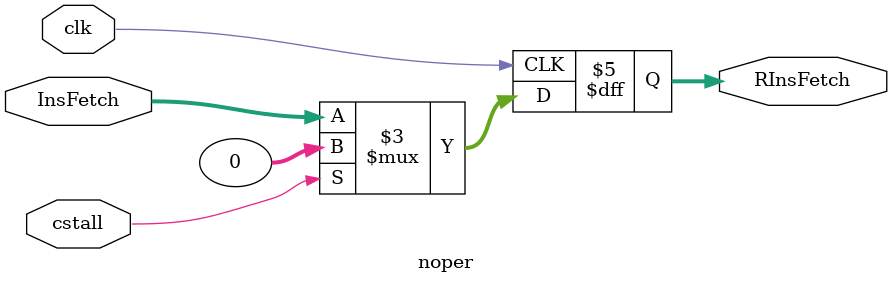
<source format=v>
module noper(input clk,input cstall,input [31:0]InsFetch,output reg[31:0]RInsFetch);
always@(posedge clk)
begin
 if(cstall)
  begin
   RInsFetch<=32'b0;
  end
 else
  begin
   RInsFetch<=InsFetch;
  end
end
endmodule
</source>
